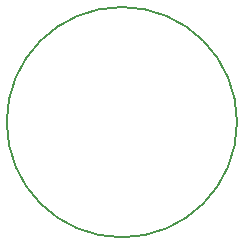
<source format=gbr>
G04 #@! TF.FileFunction,Profile,NP*
%FSLAX46Y46*%
G04 Gerber Fmt 4.6, Leading zero omitted, Abs format (unit mm)*
G04 Created by KiCad (PCBNEW 4.0.4-stable) date Sat Dec 29 17:50:43 2018*
%MOMM*%
%LPD*%
G01*
G04 APERTURE LIST*
%ADD10C,0.100000*%
%ADD11C,0.150000*%
G04 APERTURE END LIST*
D10*
D11*
X160450000Y-98350000D02*
G75*
G03X160450000Y-98350000I-9750000J0D01*
G01*
M02*

</source>
